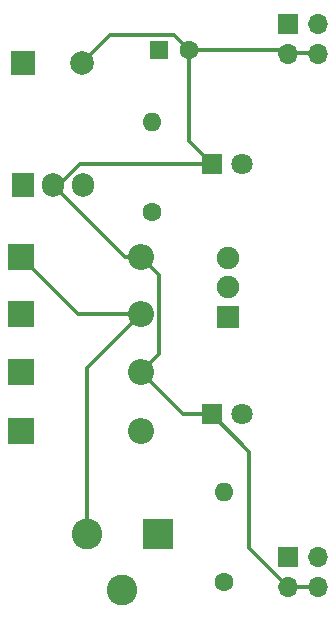
<source format=gbl>
%TF.GenerationSoftware,KiCad,Pcbnew,(5.1.9)-1*%
%TF.CreationDate,2021-04-14T15:21:08+05:30*%
%TF.ProjectId,kicadp_1,6b696361-6470-45f3-912e-6b696361645f,v1*%
%TF.SameCoordinates,Original*%
%TF.FileFunction,Copper,L2,Bot*%
%TF.FilePolarity,Positive*%
%FSLAX46Y46*%
G04 Gerber Fmt 4.6, Leading zero omitted, Abs format (unit mm)*
G04 Created by KiCad (PCBNEW (5.1.9)-1) date 2021-04-14 15:21:08*
%MOMM*%
%LPD*%
G01*
G04 APERTURE LIST*
%TA.AperFunction,ComponentPad*%
%ADD10R,2.000000X2.000000*%
%TD*%
%TA.AperFunction,ComponentPad*%
%ADD11C,2.000000*%
%TD*%
%TA.AperFunction,ComponentPad*%
%ADD12R,1.600000X1.600000*%
%TD*%
%TA.AperFunction,ComponentPad*%
%ADD13C,1.600000*%
%TD*%
%TA.AperFunction,ComponentPad*%
%ADD14R,1.800000X1.800000*%
%TD*%
%TA.AperFunction,ComponentPad*%
%ADD15C,1.800000*%
%TD*%
%TA.AperFunction,ComponentPad*%
%ADD16O,2.200000X2.200000*%
%TD*%
%TA.AperFunction,ComponentPad*%
%ADD17R,2.200000X2.200000*%
%TD*%
%TA.AperFunction,ComponentPad*%
%ADD18R,2.600000X2.600000*%
%TD*%
%TA.AperFunction,ComponentPad*%
%ADD19C,2.600000*%
%TD*%
%TA.AperFunction,ComponentPad*%
%ADD20O,1.700000X1.700000*%
%TD*%
%TA.AperFunction,ComponentPad*%
%ADD21R,1.700000X1.700000*%
%TD*%
%TA.AperFunction,ComponentPad*%
%ADD22O,1.600000X1.600000*%
%TD*%
%TA.AperFunction,ComponentPad*%
%ADD23R,1.900000X1.900000*%
%TD*%
%TA.AperFunction,ComponentPad*%
%ADD24C,1.900000*%
%TD*%
%TA.AperFunction,ComponentPad*%
%ADD25R,1.905000X2.000000*%
%TD*%
%TA.AperFunction,ComponentPad*%
%ADD26O,1.905000X2.000000*%
%TD*%
%TA.AperFunction,Conductor*%
%ADD27C,0.300000*%
%TD*%
G04 APERTURE END LIST*
D10*
%TO.P,C1,1*%
%TO.N,/vin*%
X66167000Y-44069000D03*
D11*
%TO.P,C1,2*%
%TO.N,/v-*%
X71167000Y-44069000D03*
%TD*%
D12*
%TO.P,C2,1*%
%TO.N,/Vout1*%
X77764000Y-42926000D03*
D13*
%TO.P,C2,2*%
%TO.N,/v-*%
X80264000Y-42926000D03*
%TD*%
D14*
%TO.P,D1,1*%
%TO.N,/v-*%
X82169000Y-52578000D03*
D15*
%TO.P,D1,2*%
%TO.N,Net-(D1-Pad2)*%
X84709000Y-52578000D03*
%TD*%
D16*
%TO.P,D2,2*%
%TO.N,Net-(D2-Pad2)*%
X76200000Y-75184000D03*
D17*
%TO.P,D2,1*%
%TO.N,/vin*%
X66040000Y-75184000D03*
%TD*%
D16*
%TO.P,D3,2*%
%TO.N,Net-(D3-Pad2)*%
X76200000Y-65278000D03*
D17*
%TO.P,D3,1*%
%TO.N,/vin*%
X66040000Y-65278000D03*
%TD*%
D15*
%TO.P,D4,2*%
%TO.N,Net-(D4-Pad2)*%
X84709000Y-73787000D03*
D14*
%TO.P,D4,1*%
%TO.N,/v-*%
X82169000Y-73787000D03*
%TD*%
D17*
%TO.P,D5,1*%
%TO.N,Net-(D2-Pad2)*%
X66040000Y-70231000D03*
D16*
%TO.P,D5,2*%
%TO.N,/v-*%
X76200000Y-70231000D03*
%TD*%
D17*
%TO.P,D6,1*%
%TO.N,Net-(D3-Pad2)*%
X66040000Y-60452000D03*
D16*
%TO.P,D6,2*%
%TO.N,/v-*%
X76200000Y-60452000D03*
%TD*%
D18*
%TO.P,J1,1*%
%TO.N,Net-(D2-Pad2)*%
X77597000Y-83947000D03*
D19*
%TO.P,J1,2*%
%TO.N,Net-(D3-Pad2)*%
X71597000Y-83947000D03*
%TO.P,J1,3*%
%TO.N,Net-(J1-Pad3)*%
X74597000Y-88647000D03*
%TD*%
D20*
%TO.P,J2,4*%
%TO.N,/v-*%
X91186000Y-43307000D03*
%TO.P,J2,3*%
X88646000Y-43307000D03*
%TO.P,J2,2*%
%TO.N,/Vout2*%
X91186000Y-40767000D03*
D21*
%TO.P,J2,1*%
X88646000Y-40767000D03*
%TD*%
%TO.P,J3,1*%
%TO.N,/Vout2*%
X88646000Y-85852000D03*
D20*
%TO.P,J3,2*%
X91186000Y-85852000D03*
%TO.P,J3,3*%
%TO.N,/v-*%
X88646000Y-88392000D03*
%TO.P,J3,4*%
X91186000Y-88392000D03*
%TD*%
D13*
%TO.P,R1,1*%
%TO.N,/Vout1*%
X77089000Y-56642000D03*
D22*
%TO.P,R1,2*%
%TO.N,Net-(D1-Pad2)*%
X77089000Y-49022000D03*
%TD*%
%TO.P,R2,2*%
%TO.N,Net-(D4-Pad2)*%
X83185000Y-80391000D03*
D13*
%TO.P,R2,1*%
%TO.N,/Vout2*%
X83185000Y-88011000D03*
%TD*%
D23*
%TO.P,S1,1*%
%TO.N,/Vout2*%
X83566000Y-65532000D03*
D24*
%TO.P,S1,2*%
%TO.N,/Vout1*%
X83566000Y-63032000D03*
%TO.P,S1,3*%
%TO.N,Net-(S1-Pad3)*%
X83566000Y-60532000D03*
%TD*%
D25*
%TO.P,U1,1*%
%TO.N,/vin*%
X66167000Y-54356000D03*
D26*
%TO.P,U1,2*%
%TO.N,/v-*%
X68707000Y-54356000D03*
%TO.P,U1,3*%
%TO.N,/Vout1*%
X71247000Y-54356000D03*
%TD*%
D27*
%TO.N,/v-*%
X79756000Y-73787000D02*
X76200000Y-70231000D01*
X82169000Y-73787000D02*
X79756000Y-73787000D01*
X73560001Y-41675999D02*
X71167000Y-44069000D01*
X79013999Y-41675999D02*
X73560001Y-41675999D01*
X80264000Y-42926000D02*
X79013999Y-41675999D01*
X88499000Y-42926000D02*
X88773000Y-43200000D01*
X88773000Y-43200000D02*
X91313000Y-43200000D01*
X80264000Y-50673000D02*
X82169000Y-52578000D01*
X80264000Y-42926000D02*
X80264000Y-50673000D01*
X69216052Y-54356000D02*
X68707000Y-54356000D01*
X70994052Y-52578000D02*
X69216052Y-54356000D01*
X82169000Y-52578000D02*
X70994052Y-52578000D01*
X74803000Y-60452000D02*
X68707000Y-54356000D01*
X76200000Y-60452000D02*
X74803000Y-60452000D01*
X77750001Y-68680999D02*
X76200000Y-70231000D01*
X77750001Y-62002001D02*
X77750001Y-68680999D01*
X76200000Y-60452000D02*
X77750001Y-62002001D01*
X91186000Y-88392000D02*
X88646000Y-88392000D01*
X85344000Y-85090000D02*
X88646000Y-88392000D01*
X85344000Y-76962000D02*
X85344000Y-85090000D01*
X82169000Y-73787000D02*
X85344000Y-76962000D01*
X88265000Y-42926000D02*
X88646000Y-43307000D01*
X80264000Y-42926000D02*
X88265000Y-42926000D01*
%TO.N,Net-(D3-Pad2)*%
X71597000Y-69881000D02*
X76200000Y-65278000D01*
X71597000Y-83947000D02*
X71597000Y-69881000D01*
X70866000Y-65278000D02*
X66040000Y-60452000D01*
X76200000Y-65278000D02*
X70866000Y-65278000D01*
X66040000Y-60452000D02*
X66548000Y-60452000D01*
%TD*%
M02*

</source>
